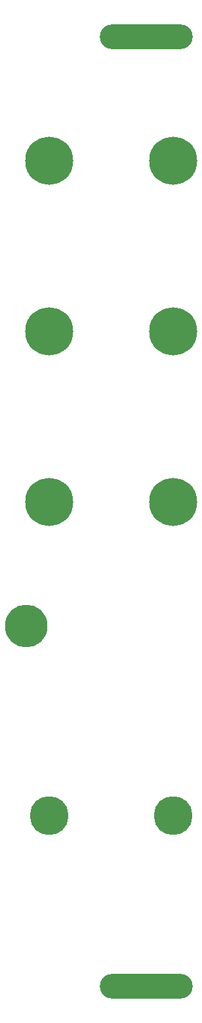
<source format=gts>
%TF.GenerationSoftware,KiCad,Pcbnew,(6.0.1)*%
%TF.CreationDate,2022-09-30T20:40:45-04:00*%
%TF.ProjectId,SYNTH-VCO_PANEL-03,53594e54-482d-4564-934f-5f50414e454c,1*%
%TF.SameCoordinates,Original*%
%TF.FileFunction,Soldermask,Top*%
%TF.FilePolarity,Negative*%
%FSLAX46Y46*%
G04 Gerber Fmt 4.6, Leading zero omitted, Abs format (unit mm)*
G04 Created by KiCad (PCBNEW (6.0.1)) date 2022-09-30 20:40:45*
%MOMM*%
%LPD*%
G01*
G04 APERTURE LIST*
%ADD10O,12.000000X3.200000*%
%ADD11C,5.000000*%
%ADD12C,6.200000*%
%ADD13C,5.500000*%
G04 APERTURE END LIST*
D10*
%TO.C,*%
X187654000Y-50100000D03*
X187654000Y-50100000D03*
X187654000Y-50100000D03*
%TD*%
D11*
%TO.C,*%
X175154000Y-66100000D03*
D12*
X175154000Y-66100000D03*
%TD*%
D11*
%TO.C,*%
X191154000Y-66100000D03*
D12*
X191154000Y-66100000D03*
%TD*%
D11*
%TO.C,*%
X191154000Y-110100000D03*
D12*
X191154000Y-110100000D03*
%TD*%
D11*
%TO.C,*%
X191154000Y-150600000D03*
X191154000Y-150600000D03*
%TD*%
%TO.C,*%
X175154000Y-88100000D03*
D12*
X175154000Y-88100000D03*
%TD*%
D11*
%TO.C,*%
X175154000Y-150600000D03*
X175154000Y-150600000D03*
%TD*%
%TO.C,*%
X191154000Y-88100000D03*
D12*
X191154000Y-88100000D03*
%TD*%
D10*
%TO.C,*%
X187654000Y-172600000D03*
X187654000Y-172600000D03*
X187654000Y-172600000D03*
%TD*%
D12*
%TO.C,*%
X175154000Y-110100000D03*
D11*
X175154000Y-110100000D03*
%TD*%
%TO.C,*%
X172154000Y-126100000D03*
D13*
X172154000Y-126100000D03*
%TD*%
M02*

</source>
